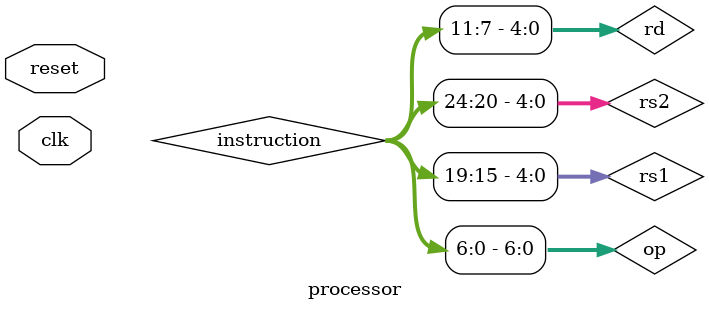
<source format=v>
module processor (
    input clk,
    input reset
);


    wire [31:0] pc, pc_next;
    wire [31:0] instruction;
    wire [31:0] result, read1, read2;
    wire [31:0] write_data, alu_result;
    wire [31:0] immediate;
    wire [31:0] mem_out;
    wire [4:0] rs1, rs2, rd;
    wire [6:0] op, funct7;
    wire [2:0] funct3, alu_control;
    wire [1:0] alu_op, imm_src;
    wire reg_write, mem_write, result_src, alu_src, pc_src;

    
    PC u_PC (
        .clk(clk),
        .reset(reset),
        .pc_next(pc_next),
        .instr(instruction),         
        .programCounter(pc)          
    );



    assign op = instruction[6:0];
    assign rd = instruction[11:7];
    assign funct3 = instruction[14:12];
    assign rs1 = instruction[19:15];
    assign rs2 = instruction[24:20];
    assign funct7 = instruction[31:25];
    


    decoder u_decoder (
        .zero(pc_src),        
        .op(op),
        .reg_write(reg_write),
        .mem_write(mem_write),
        .result_src(result_src),
        .alu_src(alu_src),
        .pc_src(pc_src),
        .alu_op(alu_op),
        .imm_src(imm_src)
    );

    
    immediate_gen u_immediate_gen (
        .instruction(instruction),
        .imm_src(imm_src),
        .immediate(immediate)
    );

    
    register_file u_register_file (
        .clk(clk),
        .reset(reset),
        .rs1(rs1),
        .rs2(rs2),
        .rd(rd),
        .write(write_data),
        .reg_write(reg_write),
        .read1(read1),
        .read2(read2)
    );

    
    alu_decoder u_alu_decoder (
        .aluop(alu_op),
        .funct3(funct3),
        .funct7(funct7[5]),
        .alu_control(alu_control)
    );


    ALU u_ALU (
        .A(read1),
        .B(alu_src ? immediate : read2), 
        .control_signal(alu_control),
        .result(alu_result)
    );

    
    data_mem u_data_mem (
        .clk(clk),
        .write_enable(mem_write),
        .A(alu_result),
        .write_data(read2),
        .rd(mem_out)
    );

    
    assign write_data = result_src ? mem_out : alu_result;

    
    assign pc_next = pc_src ? (pc + immediate) : (pc + 4);

endmodule

</source>
